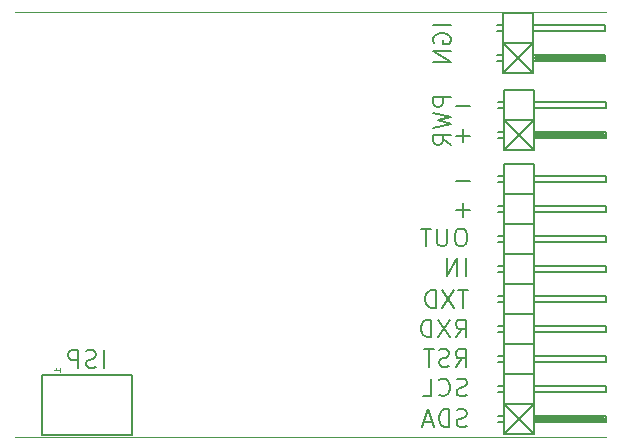
<source format=gbr>
G04 #@! TF.FileFunction,Legend,Bot*
%FSLAX46Y46*%
G04 Gerber Fmt 4.6, Leading zero omitted, Abs format (unit mm)*
G04 Created by KiCad (PCBNEW (2015-04-05 BZR 5577)-product) date Ne 27. září 2015, 11:55:30 CEST*
%MOMM*%
G01*
G04 APERTURE LIST*
%ADD10C,0.100000*%
%ADD11C,0.150000*%
%ADD12C,0.050000*%
G04 APERTURE END LIST*
D10*
D11*
X204214286Y-130607143D02*
X204000000Y-130678571D01*
X203642857Y-130678571D01*
X203500000Y-130607143D01*
X203428571Y-130535714D01*
X203357143Y-130392857D01*
X203357143Y-130250000D01*
X203428571Y-130107143D01*
X203500000Y-130035714D01*
X203642857Y-129964286D01*
X203928571Y-129892857D01*
X204071429Y-129821429D01*
X204142857Y-129750000D01*
X204214286Y-129607143D01*
X204214286Y-129464286D01*
X204142857Y-129321429D01*
X204071429Y-129250000D01*
X203928571Y-129178571D01*
X203571429Y-129178571D01*
X203357143Y-129250000D01*
X202714286Y-130678571D02*
X202714286Y-129178571D01*
X202357143Y-129178571D01*
X202142858Y-129250000D01*
X202000000Y-129392857D01*
X201928572Y-129535714D01*
X201857143Y-129821429D01*
X201857143Y-130035714D01*
X201928572Y-130321429D01*
X202000000Y-130464286D01*
X202142858Y-130607143D01*
X202357143Y-130678571D01*
X202714286Y-130678571D01*
X201285715Y-130250000D02*
X200571429Y-130250000D01*
X201428572Y-130678571D02*
X200928572Y-129178571D01*
X200428572Y-130678571D01*
X204214286Y-128007143D02*
X204000000Y-128078571D01*
X203642857Y-128078571D01*
X203500000Y-128007143D01*
X203428571Y-127935714D01*
X203357143Y-127792857D01*
X203357143Y-127650000D01*
X203428571Y-127507143D01*
X203500000Y-127435714D01*
X203642857Y-127364286D01*
X203928571Y-127292857D01*
X204071429Y-127221429D01*
X204142857Y-127150000D01*
X204214286Y-127007143D01*
X204214286Y-126864286D01*
X204142857Y-126721429D01*
X204071429Y-126650000D01*
X203928571Y-126578571D01*
X203571429Y-126578571D01*
X203357143Y-126650000D01*
X201857143Y-127935714D02*
X201928572Y-128007143D01*
X202142858Y-128078571D01*
X202285715Y-128078571D01*
X202500000Y-128007143D01*
X202642858Y-127864286D01*
X202714286Y-127721429D01*
X202785715Y-127435714D01*
X202785715Y-127221429D01*
X202714286Y-126935714D01*
X202642858Y-126792857D01*
X202500000Y-126650000D01*
X202285715Y-126578571D01*
X202142858Y-126578571D01*
X201928572Y-126650000D01*
X201857143Y-126721429D01*
X200500000Y-128078571D02*
X201214286Y-128078571D01*
X201214286Y-126578571D01*
X203285714Y-125578571D02*
X203785714Y-124864286D01*
X204142857Y-125578571D02*
X204142857Y-124078571D01*
X203571429Y-124078571D01*
X203428571Y-124150000D01*
X203357143Y-124221429D01*
X203285714Y-124364286D01*
X203285714Y-124578571D01*
X203357143Y-124721429D01*
X203428571Y-124792857D01*
X203571429Y-124864286D01*
X204142857Y-124864286D01*
X202714286Y-125507143D02*
X202500000Y-125578571D01*
X202142857Y-125578571D01*
X202000000Y-125507143D01*
X201928571Y-125435714D01*
X201857143Y-125292857D01*
X201857143Y-125150000D01*
X201928571Y-125007143D01*
X202000000Y-124935714D01*
X202142857Y-124864286D01*
X202428571Y-124792857D01*
X202571429Y-124721429D01*
X202642857Y-124650000D01*
X202714286Y-124507143D01*
X202714286Y-124364286D01*
X202642857Y-124221429D01*
X202571429Y-124150000D01*
X202428571Y-124078571D01*
X202071429Y-124078571D01*
X201857143Y-124150000D01*
X201428572Y-124078571D02*
X200571429Y-124078571D01*
X201000000Y-125578571D02*
X201000000Y-124078571D01*
X203285714Y-123078571D02*
X203785714Y-122364286D01*
X204142857Y-123078571D02*
X204142857Y-121578571D01*
X203571429Y-121578571D01*
X203428571Y-121650000D01*
X203357143Y-121721429D01*
X203285714Y-121864286D01*
X203285714Y-122078571D01*
X203357143Y-122221429D01*
X203428571Y-122292857D01*
X203571429Y-122364286D01*
X204142857Y-122364286D01*
X202785714Y-121578571D02*
X201785714Y-123078571D01*
X201785714Y-121578571D02*
X202785714Y-123078571D01*
X201214286Y-123078571D02*
X201214286Y-121578571D01*
X200857143Y-121578571D01*
X200642858Y-121650000D01*
X200500000Y-121792857D01*
X200428572Y-121935714D01*
X200357143Y-122221429D01*
X200357143Y-122435714D01*
X200428572Y-122721429D01*
X200500000Y-122864286D01*
X200642858Y-123007143D01*
X200857143Y-123078571D01*
X201214286Y-123078571D01*
X204357143Y-119078571D02*
X203500000Y-119078571D01*
X203928571Y-120578571D02*
X203928571Y-119078571D01*
X203142857Y-119078571D02*
X202142857Y-120578571D01*
X202142857Y-119078571D02*
X203142857Y-120578571D01*
X201571429Y-120578571D02*
X201571429Y-119078571D01*
X201214286Y-119078571D01*
X201000001Y-119150000D01*
X200857143Y-119292857D01*
X200785715Y-119435714D01*
X200714286Y-119721429D01*
X200714286Y-119935714D01*
X200785715Y-120221429D01*
X200857143Y-120364286D01*
X201000001Y-120507143D01*
X201214286Y-120578571D01*
X201571429Y-120578571D01*
X204142857Y-117878571D02*
X204142857Y-116378571D01*
X203428571Y-117878571D02*
X203428571Y-116378571D01*
X202571428Y-117878571D01*
X202571428Y-116378571D01*
X203857143Y-113878571D02*
X203571429Y-113878571D01*
X203428571Y-113950000D01*
X203285714Y-114092857D01*
X203214286Y-114378571D01*
X203214286Y-114878571D01*
X203285714Y-115164286D01*
X203428571Y-115307143D01*
X203571429Y-115378571D01*
X203857143Y-115378571D01*
X204000000Y-115307143D01*
X204142857Y-115164286D01*
X204214286Y-114878571D01*
X204214286Y-114378571D01*
X204142857Y-114092857D01*
X204000000Y-113950000D01*
X203857143Y-113878571D01*
X202571428Y-113878571D02*
X202571428Y-115092857D01*
X202500000Y-115235714D01*
X202428571Y-115307143D01*
X202285714Y-115378571D01*
X202000000Y-115378571D01*
X201857142Y-115307143D01*
X201785714Y-115235714D01*
X201714285Y-115092857D01*
X201714285Y-113878571D01*
X201214285Y-113878571D02*
X200357142Y-113878571D01*
X200785713Y-115378571D02*
X200785713Y-113878571D01*
X203328572Y-112307143D02*
X204471429Y-112307143D01*
X203900000Y-112878571D02*
X203900000Y-111735714D01*
X203328572Y-109807143D02*
X204471429Y-109807143D01*
X203328572Y-106007143D02*
X204471429Y-106007143D01*
X203900000Y-106578571D02*
X203900000Y-105435714D01*
X203328572Y-103507143D02*
X204471429Y-103507143D01*
D10*
X216000000Y-131500000D02*
X166000000Y-131500000D01*
X166000000Y-95500000D02*
X216000000Y-95500000D01*
D11*
X207324000Y-96676000D02*
X206816000Y-96676000D01*
X207324000Y-97184000D02*
X206816000Y-97184000D01*
X207324000Y-98200000D02*
X209864000Y-98200000D01*
X207324000Y-98200000D02*
X207324000Y-95660000D01*
X207324000Y-95660000D02*
X209864000Y-95660000D01*
X209864000Y-97184000D02*
X215960000Y-97184000D01*
X215960000Y-97184000D02*
X215960000Y-96676000D01*
X215960000Y-96676000D02*
X209864000Y-96676000D01*
X209864000Y-95660000D02*
X209864000Y-98200000D01*
X209864000Y-98200000D02*
X207324000Y-100740000D01*
X209864000Y-100740000D02*
X207324000Y-98200000D01*
X209991000Y-99597000D02*
X215833000Y-99597000D01*
X215833000Y-99597000D02*
X215833000Y-99343000D01*
X215833000Y-99343000D02*
X209991000Y-99343000D01*
X209991000Y-99470000D02*
X215833000Y-99470000D01*
X207324000Y-99216000D02*
X206816000Y-99216000D01*
X207324000Y-99724000D02*
X206816000Y-99724000D01*
X207324000Y-100740000D02*
X209864000Y-100740000D01*
X207324000Y-100740000D02*
X207324000Y-98200000D01*
X207324000Y-98200000D02*
X209864000Y-98200000D01*
X209864000Y-99724000D02*
X215960000Y-99724000D01*
X215960000Y-99724000D02*
X215960000Y-99216000D01*
X215960000Y-99216000D02*
X209864000Y-99216000D01*
X209864000Y-98200000D02*
X209864000Y-100740000D01*
X168290000Y-126240000D02*
X168290000Y-131320000D01*
X168290000Y-131320000D02*
X175910000Y-131320000D01*
X175910000Y-131320000D02*
X175910000Y-126240000D01*
X175910000Y-126240000D02*
X168290000Y-126240000D01*
X207334000Y-109446000D02*
X206826000Y-109446000D01*
X207334000Y-109954000D02*
X206826000Y-109954000D01*
X207334000Y-110970000D02*
X209874000Y-110970000D01*
X207334000Y-110970000D02*
X207334000Y-108430000D01*
X207334000Y-108430000D02*
X209874000Y-108430000D01*
X209874000Y-109954000D02*
X215970000Y-109954000D01*
X215970000Y-109954000D02*
X215970000Y-109446000D01*
X215970000Y-109446000D02*
X209874000Y-109446000D01*
X209874000Y-108430000D02*
X209874000Y-110970000D01*
X207334000Y-111986000D02*
X206826000Y-111986000D01*
X207334000Y-112494000D02*
X206826000Y-112494000D01*
X207334000Y-113510000D02*
X209874000Y-113510000D01*
X207334000Y-113510000D02*
X207334000Y-110970000D01*
X207334000Y-110970000D02*
X209874000Y-110970000D01*
X209874000Y-112494000D02*
X215970000Y-112494000D01*
X215970000Y-112494000D02*
X215970000Y-111986000D01*
X215970000Y-111986000D02*
X209874000Y-111986000D01*
X209874000Y-110970000D02*
X209874000Y-113510000D01*
X207334000Y-114526000D02*
X206826000Y-114526000D01*
X207334000Y-115034000D02*
X206826000Y-115034000D01*
X207334000Y-116050000D02*
X209874000Y-116050000D01*
X207334000Y-116050000D02*
X207334000Y-113510000D01*
X207334000Y-113510000D02*
X209874000Y-113510000D01*
X209874000Y-115034000D02*
X215970000Y-115034000D01*
X215970000Y-115034000D02*
X215970000Y-114526000D01*
X215970000Y-114526000D02*
X209874000Y-114526000D01*
X209874000Y-113510000D02*
X209874000Y-116050000D01*
X207334000Y-117066000D02*
X206826000Y-117066000D01*
X207334000Y-117574000D02*
X206826000Y-117574000D01*
X207334000Y-118590000D02*
X209874000Y-118590000D01*
X207334000Y-118590000D02*
X207334000Y-116050000D01*
X207334000Y-116050000D02*
X209874000Y-116050000D01*
X209874000Y-117574000D02*
X215970000Y-117574000D01*
X215970000Y-117574000D02*
X215970000Y-117066000D01*
X215970000Y-117066000D02*
X209874000Y-117066000D01*
X209874000Y-116050000D02*
X209874000Y-118590000D01*
X207334000Y-119606000D02*
X206826000Y-119606000D01*
X207334000Y-120114000D02*
X206826000Y-120114000D01*
X207334000Y-121130000D02*
X209874000Y-121130000D01*
X207334000Y-121130000D02*
X207334000Y-118590000D01*
X207334000Y-118590000D02*
X209874000Y-118590000D01*
X209874000Y-120114000D02*
X215970000Y-120114000D01*
X215970000Y-120114000D02*
X215970000Y-119606000D01*
X215970000Y-119606000D02*
X209874000Y-119606000D01*
X209874000Y-118590000D02*
X209874000Y-121130000D01*
X207334000Y-122146000D02*
X206826000Y-122146000D01*
X207334000Y-122654000D02*
X206826000Y-122654000D01*
X207334000Y-123670000D02*
X209874000Y-123670000D01*
X207334000Y-123670000D02*
X207334000Y-121130000D01*
X207334000Y-121130000D02*
X209874000Y-121130000D01*
X209874000Y-122654000D02*
X215970000Y-122654000D01*
X215970000Y-122654000D02*
X215970000Y-122146000D01*
X215970000Y-122146000D02*
X209874000Y-122146000D01*
X209874000Y-121130000D02*
X209874000Y-123670000D01*
X207334000Y-124686000D02*
X206826000Y-124686000D01*
X207334000Y-125194000D02*
X206826000Y-125194000D01*
X207334000Y-126210000D02*
X209874000Y-126210000D01*
X207334000Y-126210000D02*
X207334000Y-123670000D01*
X207334000Y-123670000D02*
X209874000Y-123670000D01*
X209874000Y-125194000D02*
X215970000Y-125194000D01*
X215970000Y-125194000D02*
X215970000Y-124686000D01*
X215970000Y-124686000D02*
X209874000Y-124686000D01*
X209874000Y-123670000D02*
X209874000Y-126210000D01*
X207334000Y-127226000D02*
X206826000Y-127226000D01*
X207334000Y-127734000D02*
X206826000Y-127734000D01*
X207334000Y-128750000D02*
X209874000Y-128750000D01*
X207334000Y-128750000D02*
X207334000Y-126210000D01*
X207334000Y-126210000D02*
X209874000Y-126210000D01*
X209874000Y-127734000D02*
X215970000Y-127734000D01*
X215970000Y-127734000D02*
X215970000Y-127226000D01*
X215970000Y-127226000D02*
X209874000Y-127226000D01*
X209874000Y-126210000D02*
X209874000Y-128750000D01*
X209874000Y-128750000D02*
X207334000Y-131290000D01*
X209874000Y-131290000D02*
X207334000Y-128750000D01*
X210001000Y-130147000D02*
X215843000Y-130147000D01*
X215843000Y-130147000D02*
X215843000Y-129893000D01*
X215843000Y-129893000D02*
X210001000Y-129893000D01*
X210001000Y-130020000D02*
X215843000Y-130020000D01*
X207334000Y-129766000D02*
X206826000Y-129766000D01*
X207334000Y-130274000D02*
X206826000Y-130274000D01*
X207334000Y-131290000D02*
X209874000Y-131290000D01*
X207334000Y-131290000D02*
X207334000Y-128750000D01*
X207334000Y-128750000D02*
X209874000Y-128750000D01*
X209874000Y-130274000D02*
X215970000Y-130274000D01*
X215970000Y-130274000D02*
X215970000Y-129766000D01*
X215970000Y-129766000D02*
X209874000Y-129766000D01*
X209874000Y-128750000D02*
X209874000Y-131290000D01*
X207354000Y-103166000D02*
X206846000Y-103166000D01*
X207354000Y-103674000D02*
X206846000Y-103674000D01*
X207354000Y-104690000D02*
X209894000Y-104690000D01*
X207354000Y-104690000D02*
X207354000Y-102150000D01*
X207354000Y-102150000D02*
X209894000Y-102150000D01*
X209894000Y-103674000D02*
X215990000Y-103674000D01*
X215990000Y-103674000D02*
X215990000Y-103166000D01*
X215990000Y-103166000D02*
X209894000Y-103166000D01*
X209894000Y-102150000D02*
X209894000Y-104690000D01*
X209894000Y-104690000D02*
X207354000Y-107230000D01*
X209894000Y-107230000D02*
X207354000Y-104690000D01*
X210021000Y-106087000D02*
X215863000Y-106087000D01*
X215863000Y-106087000D02*
X215863000Y-105833000D01*
X215863000Y-105833000D02*
X210021000Y-105833000D01*
X210021000Y-105960000D02*
X215863000Y-105960000D01*
X207354000Y-105706000D02*
X206846000Y-105706000D01*
X207354000Y-106214000D02*
X206846000Y-106214000D01*
X207354000Y-107230000D02*
X209894000Y-107230000D01*
X207354000Y-107230000D02*
X207354000Y-104690000D01*
X207354000Y-104690000D02*
X209894000Y-104690000D01*
X209894000Y-106214000D02*
X215990000Y-106214000D01*
X215990000Y-106214000D02*
X215990000Y-105706000D01*
X215990000Y-105706000D02*
X209894000Y-105706000D01*
X209894000Y-104690000D02*
X209894000Y-107230000D01*
X202878571Y-96664286D02*
X201378571Y-96664286D01*
X201450000Y-98164286D02*
X201378571Y-98021429D01*
X201378571Y-97807143D01*
X201450000Y-97592858D01*
X201592857Y-97450000D01*
X201735714Y-97378572D01*
X202021429Y-97307143D01*
X202235714Y-97307143D01*
X202521429Y-97378572D01*
X202664286Y-97450000D01*
X202807143Y-97592858D01*
X202878571Y-97807143D01*
X202878571Y-97950000D01*
X202807143Y-98164286D01*
X202735714Y-98235715D01*
X202235714Y-98235715D01*
X202235714Y-97950000D01*
X202878571Y-98878572D02*
X201378571Y-98878572D01*
X202878571Y-99735715D01*
X201378571Y-99735715D01*
X173464285Y-125678571D02*
X173464285Y-124178571D01*
X172821428Y-125607143D02*
X172607142Y-125678571D01*
X172249999Y-125678571D01*
X172107142Y-125607143D01*
X172035713Y-125535714D01*
X171964285Y-125392857D01*
X171964285Y-125250000D01*
X172035713Y-125107143D01*
X172107142Y-125035714D01*
X172249999Y-124964286D01*
X172535713Y-124892857D01*
X172678571Y-124821429D01*
X172749999Y-124750000D01*
X172821428Y-124607143D01*
X172821428Y-124464286D01*
X172749999Y-124321429D01*
X172678571Y-124250000D01*
X172535713Y-124178571D01*
X172178571Y-124178571D01*
X171964285Y-124250000D01*
X171321428Y-125678571D02*
X171321428Y-124178571D01*
X170750000Y-124178571D01*
X170607142Y-124250000D01*
X170535714Y-124321429D01*
X170464285Y-124464286D01*
X170464285Y-124678571D01*
X170535714Y-124821429D01*
X170607142Y-124892857D01*
X170750000Y-124964286D01*
X171321428Y-124964286D01*
D12*
X169786190Y-126001857D02*
X169786190Y-125716143D01*
X169786190Y-125859000D02*
X169286190Y-125859000D01*
X169357619Y-125811381D01*
X169405238Y-125763762D01*
X169429048Y-125716143D01*
D11*
X202878571Y-102700000D02*
X201378571Y-102700000D01*
X201378571Y-103271428D01*
X201450000Y-103414286D01*
X201521429Y-103485714D01*
X201664286Y-103557143D01*
X201878571Y-103557143D01*
X202021429Y-103485714D01*
X202092857Y-103414286D01*
X202164286Y-103271428D01*
X202164286Y-102700000D01*
X201378571Y-104057143D02*
X202878571Y-104414286D01*
X201807143Y-104700000D01*
X202878571Y-104985714D01*
X201378571Y-105342857D01*
X202878571Y-106771429D02*
X202164286Y-106271429D01*
X202878571Y-105914286D02*
X201378571Y-105914286D01*
X201378571Y-106485714D01*
X201450000Y-106628572D01*
X201521429Y-106700000D01*
X201664286Y-106771429D01*
X201878571Y-106771429D01*
X202021429Y-106700000D01*
X202092857Y-106628572D01*
X202164286Y-106485714D01*
X202164286Y-105914286D01*
M02*

</source>
